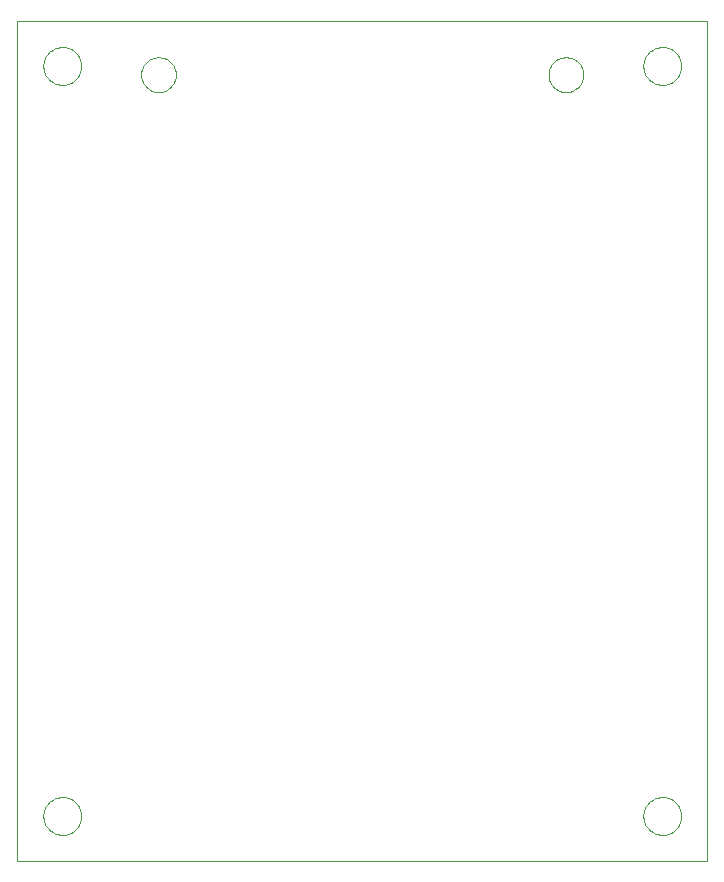
<source format=gm1>
G04 Output by ViewMate Deluxe V11.0.9  PentaLogix LLC*
G04 Tue Dec 09 15:41:15 2014*
%FSLAX33Y33*%
%MOMM*%
%IPPOS*%
%ADD103C,0.0*%

%LPD*%
X0Y0D2*D103*G1X54597Y4064D2*X54602Y3937D1*X54618Y3810*X54643Y3686*X54679Y3564*X54722Y3444*X54775Y3330*X54839Y3218*X54910Y3114*X54991Y3015*X55077Y2921*X55171Y2835*X55273Y2758*X55380Y2690*X55491Y2629*X55608Y2576*X55728Y2535*X55850Y2502*X55977Y2479*X56101Y2466*X56231Y2464*X56358Y2471*X56482Y2489*X56606Y2517*X56728Y2555*X56845Y2601*X56960Y2657*X57069Y2723*X57173Y2797*X57272Y2878*X57363Y2967*X57445Y3063*X57521Y3165*X57589Y3274*X57648Y3386*X57696Y3503*X57737Y3625*X57767Y3749*X57788Y3874*X57798Y4000*X57798Y4128*X57788Y4254*X57767Y4379*X57737Y4503*X57696Y4625*X57648Y4742*X57589Y4854*X57521Y4963*X57445Y5065*X57363Y5161*X57272Y5250*X57173Y5331*X57069Y5405*X56960Y5471*X56845Y5527*X56728Y5573*X56606Y5611*X56482Y5639*X56358Y5657*X56231Y5664*X56101Y5662*X55977Y5649*X55850Y5626*X55728Y5593*X55608Y5552*X55491Y5499*X55380Y5438*X55273Y5370*X55171Y5293*X55077Y5207*X54991Y5113*X54910Y5014*X54839Y4910*X54775Y4798*X54722Y4684*X54679Y4564*X54643Y4442*X54618Y4318*X54602Y4191*X54597Y4064*X54597Y67564D2*X54602Y67437D1*X54618Y67310*X54643Y67186*X54679Y67064*X54722Y66944*X54775Y66830*X54839Y66718*X54910Y66614*X54991Y66515*X55077Y66421*X55171Y66335*X55273Y66258*X55380Y66190*X55491Y66129*X55608Y66076*X55728Y66035*X55850Y66002*X55977Y65979*X56101Y65966*X56231Y65964*X56358Y65971*X56482Y65989*X56606Y66017*X56728Y66055*X56845Y66101*X56960Y66157*X57069Y66223*X57173Y66297*X57272Y66378*X57363Y66467*X57445Y66563*X57521Y66665*X57589Y66774*X57648Y66886*X57696Y67003*X57737Y67125*X57767Y67249*X57788Y67374*X57798Y67500*X57798Y67628*X57788Y67754*X57767Y67879*X57737Y68003*X57696Y68125*X57648Y68242*X57589Y68354*X57521Y68463*X57445Y68565*X57363Y68661*X57272Y68750*X57173Y68831*X57069Y68905*X56960Y68971*X56845Y69027*X56728Y69073*X56606Y69111*X56482Y69139*X56358Y69157*X56231Y69164*X56101Y69162*X55977Y69149*X55850Y69126*X55728Y69093*X55608Y69052*X55491Y68999*X55380Y68938*X55273Y68870*X55171Y68793*X55077Y68707*X54991Y68613*X54910Y68514*X54839Y68410*X54775Y68298*X54722Y68184*X54679Y68064*X54643Y67942*X54618Y67818*X54602Y67691*X54597Y67564*X46571Y66827D2*X46576Y66705D1*X46591Y66586*X46617Y66467*X46650Y66350*X46695Y66236*X46749Y66126*X46810Y66022*X46881Y65923*X46960Y65829*X47046Y65743*X47140Y65664*X47239Y65593*X47343Y65532*X47452Y65479*X47567Y65433*X47683Y65400*X47803Y65375*X47922Y65359*X48044Y65354*X48166Y65359*X48285Y65375*X48405Y65400*X48522Y65433*X48636Y65479*X48745Y65532*X48849Y65593*X48948Y65664*X49042Y65743*X49129Y65829*X49207Y65923*X49279Y66022*X49340Y66126*X49393Y66236*X49439Y66350*X49472Y66467*X49497Y66586*X49512Y66705*X49517Y66827*X49512Y66949*X49497Y67069*X49472Y67188*X49439Y67305*X49393Y67419*X49340Y67528*X49279Y67633*X49207Y67732*X49129Y67826*X49042Y67912*X48948Y67991*X48849Y68062*X48745Y68123*X48636Y68176*X48522Y68222*X48405Y68255*X48285Y68280*X48166Y68296*X48044Y68301*X47922Y68296*X47803Y68280*X47683Y68255*X47567Y68222*X47452Y68176*X47343Y68123*X47239Y68062*X47140Y67991*X47046Y67912*X46960Y67826*X46881Y67732*X46810Y67633*X46749Y67528*X46695Y67419*X46650Y67305*X46617Y67188*X46591Y67069*X46576Y66949*X46571Y66827*X3797Y67564D2*X3802Y67437D1*X3818Y67310*X3843Y67186*X3879Y67064*X3922Y66944*X3975Y66830*X4039Y66718*X4110Y66614*X4191Y66515*X4277Y66421*X4371Y66335*X4473Y66258*X4580Y66190*X4691Y66129*X4808Y66076*X4928Y66035*X5050Y66002*X5177Y65979*X5301Y65966*X5431Y65964*X5558Y65971*X5682Y65989*X5806Y66017*X5928Y66055*X6045Y66101*X6160Y66157*X6269Y66223*X6373Y66297*X6472Y66378*X6563Y66467*X6645Y66563*X6721Y66665*X6789Y66774*X6848Y66886*X6896Y67003*X6937Y67125*X6967Y67249*X6988Y67374*X6998Y67500*X6998Y67628*X6988Y67754*X6967Y67879*X6937Y68003*X6896Y68125*X6848Y68242*X6789Y68354*X6721Y68463*X6645Y68565*X6563Y68661*X6472Y68750*X6373Y68831*X6269Y68905*X6160Y68971*X6045Y69027*X5928Y69073*X5806Y69111*X5682Y69139*X5558Y69157*X5431Y69164*X5301Y69162*X5177Y69149*X5050Y69126*X4928Y69093*X4808Y69052*X4691Y68999*X4580Y68938*X4473Y68870*X4371Y68793*X4277Y68707*X4191Y68613*X4110Y68514*X4039Y68410*X3975Y68298*X3922Y68184*X3879Y68064*X3843Y67942*X3818Y67818*X3802Y67691*X3797Y67564*X12078Y66827D2*X12083Y66705D1*X12098Y66586*X12123Y66467*X12156Y66350*X12202Y66236*X12256Y66126*X12316Y66022*X12388Y65923*X12466Y65829*X12553Y65743*X12647Y65664*X12746Y65593*X12850Y65532*X12959Y65479*X13073Y65433*X13190Y65400*X13310Y65375*X13429Y65359*X13551Y65354*X13673Y65359*X13792Y65375*X13912Y65400*X14028Y65433*X14143Y65479*X14252Y65532*X14356Y65593*X14455Y65664*X14549Y65743*X14635Y65829*X14714Y65923*X14785Y66022*X14846Y66126*X14900Y66236*X14945Y66350*X14978Y66467*X15004Y66586*X15019Y66705*X15024Y66827*X15019Y66949*X15004Y67069*X14978Y67188*X14945Y67305*X14900Y67419*X14846Y67528*X14785Y67633*X14714Y67732*X14635Y67826*X14549Y67912*X14455Y67991*X14356Y68062*X14252Y68123*X14143Y68176*X14028Y68222*X13912Y68255*X13792Y68280*X13673Y68296*X13551Y68301*X13429Y68296*X13310Y68280*X13190Y68255*X13073Y68222*X12959Y68176*X12850Y68123*X12746Y68062*X12647Y67991*X12553Y67912*X12466Y67826*X12388Y67732*X12316Y67633*X12256Y67528*X12202Y67419*X12156Y67305*X12123Y67188*X12098Y67069*X12083Y66949*X12078Y66827*X3797Y4064D2*X3802Y3937D1*X3818Y3810*X3843Y3686*X3879Y3564*X3922Y3444*X3975Y3330*X4039Y3218*X4110Y3114*X4191Y3015*X4277Y2921*X4371Y2835*X4473Y2758*X4580Y2690*X4691Y2629*X4808Y2576*X4928Y2535*X5050Y2502*X5177Y2479*X5301Y2466*X5431Y2464*X5558Y2471*X5682Y2489*X5806Y2517*X5928Y2555*X6045Y2601*X6160Y2657*X6269Y2723*X6373Y2797*X6472Y2878*X6563Y2967*X6645Y3063*X6721Y3165*X6789Y3274*X6848Y3386*X6896Y3503*X6937Y3625*X6967Y3749*X6988Y3874*X6998Y4000*X6998Y4128*X6988Y4254*X6967Y4379*X6937Y4503*X6896Y4625*X6848Y4742*X6789Y4854*X6721Y4963*X6645Y5065*X6563Y5161*X6472Y5250*X6373Y5331*X6269Y5405*X6160Y5471*X6045Y5527*X5928Y5573*X5806Y5611*X5682Y5639*X5558Y5657*X5431Y5664*X5301Y5662*X5177Y5649*X5050Y5626*X4928Y5593*X4808Y5552*X4691Y5499*X4580Y5438*X4473Y5370*X4371Y5293*X4277Y5207*X4191Y5113*X4110Y5014*X4039Y4910*X3975Y4798*X3922Y4684*X3879Y4564*X3843Y4442*X3818Y4318*X3802Y4191*X3797Y4064*X1588Y254D2*X60008Y254D1*X60008Y71374*X1588Y71374*X1588Y254*X0Y0D2*M02*
</source>
